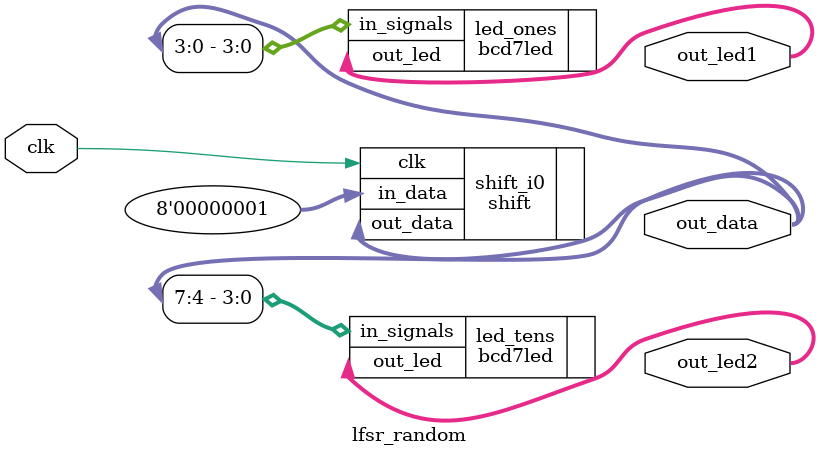
<source format=v>
module lfsr_random(
    input  wire [0:0] clk,
    output reg  [7:0] out_data,
    output reg  [6:0] out_led1,
    output reg  [6:0] out_led2
);
    // reg [11:0] led = 12'b000000000000;
    parameter begin_data = 8'b0000_0001;
    // reg [3:0] out_code1, out_code2;
    shift shift_i0(
        .clk(clk),
        .in_data(8'b0000_0001),
        .out_data(out_data)
    );
    bcd7led led_ones(
        .in_signals(out_data[3:0]),
        .out_led(out_led1)
    );
    bcd7led led_tens(
        .in_signals(out_data[7:4]),
        .out_led(out_led2)
    );

endmodule
</source>
